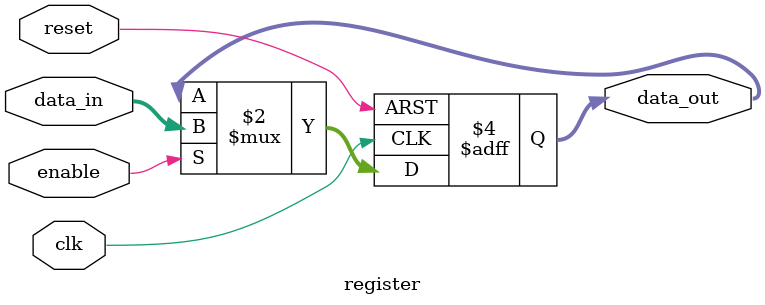
<source format=v>

module register #(
    parameter WIDTH = 3  // Default width is 3 bits, but can be set when instantiated
)(
    input wire clk,                 // Clock input
    input wire reset,               // Reset input, asynchronous and active high
    input wire enable,              // Enable input for updating data
    input wire [WIDTH-1:0] data_in, // Data input with variable width
    output reg [WIDTH-1:0] data_out // Data output with variable width
);

    // Process with asynchronous reset and enable
    always @(posedge clk or posedge reset) begin
        if (reset)
            data_out <= {WIDTH{1'b0}}; // Reset the output to all zeros
        else if (enable)
            data_out <= data_in;      // Update output only if enabled
    end

endmodule

</source>
